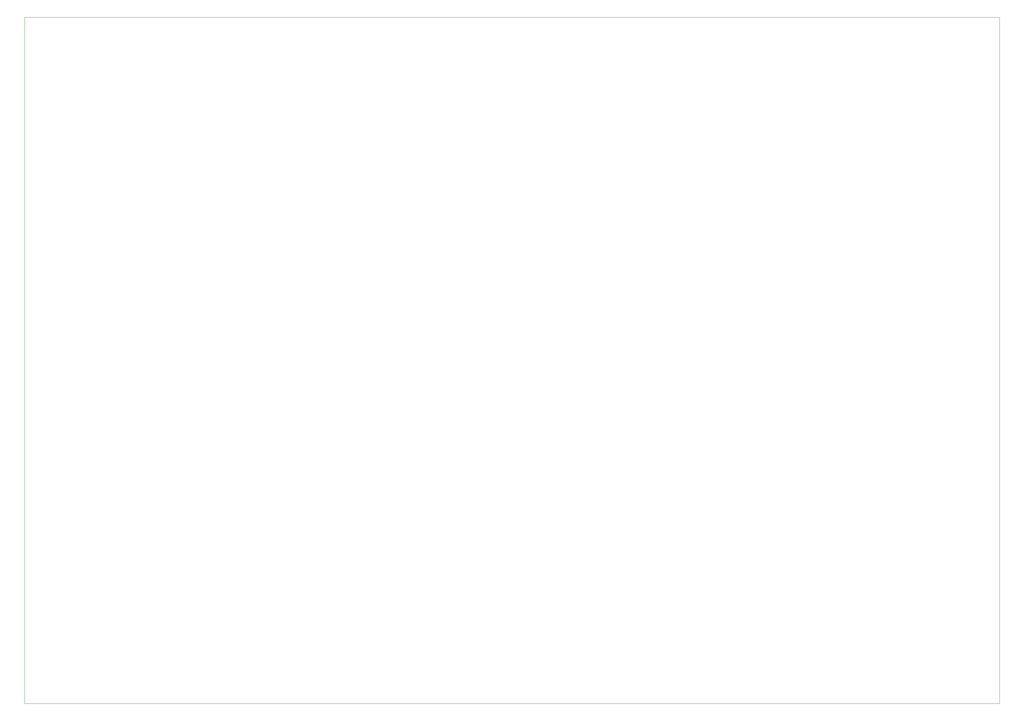
<source format=gm1>
%TF.GenerationSoftware,KiCad,Pcbnew,(6.0.4)*%
%TF.CreationDate,2022-06-08T08:46:44+05:30*%
%TF.ProjectId,Full PCB,46756c6c-2050-4434-922e-6b696361645f,Group 18*%
%TF.SameCoordinates,Original*%
%TF.FileFunction,Profile,NP*%
%FSLAX46Y46*%
G04 Gerber Fmt 4.6, Leading zero omitted, Abs format (unit mm)*
G04 Created by KiCad (PCBNEW (6.0.4)) date 2022-06-08 08:46:44*
%MOMM*%
%LPD*%
G01*
G04 APERTURE LIST*
%TA.AperFunction,Profile*%
%ADD10C,0.100000*%
%TD*%
G04 APERTURE END LIST*
D10*
X423293233Y-282500000D02*
X164293233Y-282500000D01*
X164293233Y-282500000D02*
X164293233Y-100000000D01*
X164293233Y-100000000D02*
X423293233Y-100000000D01*
X423293233Y-100000000D02*
X423293233Y-282500000D01*
M02*

</source>
